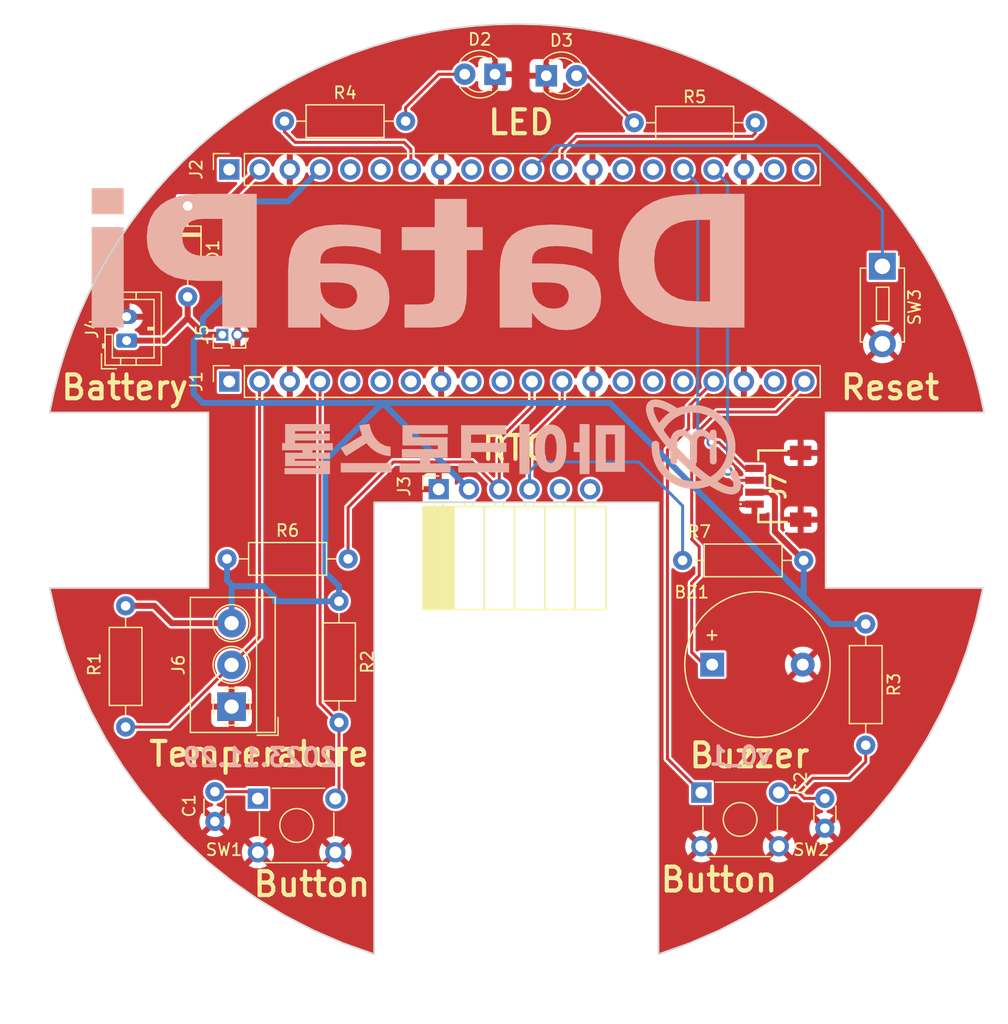
<source format=kicad_pcb>
(kicad_pcb (version 20221018) (generator pcbnew)
  (layers (0 "F.Cu" signal) (31 "B.Cu" signal) (34 "B.Paste" user) (35 "F.Paste" user) (36 "B.SilkS" user "B.Silkscreen") (37 "F.SilkS" user "F.Silkscreen") (38 "B.Mask" user) (39 "F.Mask" user) (44 "Edge.Cuts" user))
  (net 0 "")
  (net 1 "/SCL")
  (net 2 "/SDA")
  (net 3 "+3.3V")
  (net 4 "GND")
  (net 5 "/RESET")
  (net 6 "/VSYS")
  (net 7 "/Buzzer")
  (net 8 "/DQ")
  (net 9 "/LButton")
  (net 10 "/RButton")
  (net 13 "Net-(D1-A)")
  (net 14 "Net-(J1-Pin_1)")
  (net 15 "Net-(J1-Pin_5)")
  (net 16 "Net-(J1-Pin_6)")
  (net 17 "Net-(J1-Pin_7)")
  (net 18 "Net-(J1-Pin_9)")
  (net 19 "Net-(J1-Pin_10)")
  (net 20 "Net-(J1-Pin_14)")
  (net 21 "Net-(J1-Pin_15)")
  (net 22 "Net-(J1-Pin_16)")
  (net 23 "Net-(J1-Pin_19)")
  (net 24 "Net-(J2-Pin_1)")
  (net 25 "Net-(J2-Pin_5)")
  (net 26 "Net-(J2-Pin_6)")
  (net 27 "Net-(J2-Pin_9)")
  (net 28 "Net-(J2-Pin_10)")
  (net 29 "Net-(J2-Pin_14)")
  (net 30 "Net-(J2-Pin_15)")
  (net 31 "Net-(J2-Pin_19)")
  (net 32 "Net-(J2-Pin_20)")
  (net 33 "Net-(D2-A)")
  (net 34 "Net-(D3-A)")
  (net 35 "/GLED")
  (net 36 "/RLED")
  (net 37 "/SCL_1")
  (net 38 "/SDA_1")
  (footprint "TerminalBlock_4Ucon:TerminalBlock_4Ucon_1x03_P3.50mm_Horizontal" (layer "F.Cu") (at 112.417848 105.647511 90)
    (fp_text reference "J6" (at 3.5 -4.46 90) (layer "F.SilkS"))
    (fp_text value "Screw_Terminal_01x03")
    (pad "1" thru_hole rect (at 0 0 90) (size 2.4 2.4) (drill 1.2) (layers "*.Cu" "*.Mask") (net 4 "GND"))
    (pad "2" thru_hole circle (at 3.5 0 90) (size 2.4 2.4) (drill 1.2) (layers "*.Cu" "*.Mask") (net 8 "/DQ"))
    (pad "3" thru_hole circle (at 7 0 90) (size 2.4 2.4) (drill 1.2) (layers "*.Cu" "*.Mask") (net 3 "+3.3V"))
  )
  (footprint "Button_Switch_THT:SW_TH_Tactile_Omron_B3F-10xx" (layer "F.Cu") (at 114.6288 113.3595)
    (fp_text reference "SW1" (at -2.845952 4.282011) (layer "F.SilkS"))
    (fp_text value "SW_MEC_5E")
    (pad "1" thru_hole rect (at 0 0) (size 1.7 1.7) (drill 1) (layers "*.Cu" "*.Mask") (net 9 "/LButton"))
    (pad "1" thru_hole circle (at 6.5 0) (size 1.7 1.7) (drill 1) (layers "*.Cu" "*.Mask") (net 9 "/LButton"))
    (pad "2" thru_hole circle (at 0 4.5) (size 1.7 1.7) (drill 1) (layers "*.Cu" "*.Mask") (net 4 "GND"))
    (pad "2" thru_hole circle (at 6.5 4.5) (size 1.7 1.7) (drill 1) (layers "*.Cu" "*.Mask") (net 4 "GND"))
  )
  (footprint "Capacitor_THT:C_Disc_D3.0mm_W1.6mm_P2.50mm" (layer "F.Cu") (at 162.201848 113.343511 -90)
    (fp_text reference "C2" (at -1.29 2.032 90) (layer "F.SilkS"))
    (fp_text value "0.1uF")
    (pad "1" thru_hole circle (at 0 0 270) (size 1.6 1.6) (drill 0.8) (layers "*.Cu" "*.Mask") (net 10 "/RButton"))
    (pad "2" thru_hole circle (at 2.5 0 270) (size 1.6 1.6) (drill 0.8) (layers "*.Cu" "*.Mask") (net 4 "GND"))
  )
  (footprint "Connector_PinHeader_1.27mm:PinHeader_1x02_P1.27mm_Vertical" (layer "F.Cu") (at 111.640848 74.461511 90)
    (fp_text reference "J5" (at 0 -1.695 90) (layer "F.SilkS"))
    (fp_text value "Conn_01x02")
    (pad "1" thru_hole rect (at 0 0 90) (size 1 1) (drill 0.65) (layers "*.Cu" "*.Mask") (net 13 "Net-(D1-A)"))
    (pad "2" thru_hole oval (at 0 1.27 90) (size 1 1) (drill 0.65) (layers "*.Cu" "*.Mask") (net 4 "GND"))
  )
  (footprint "Button_Switch_THT:SW_PUSH_1P1T_6x3.5mm_H4.3_APEM_MJTP1243" (layer "F.Cu") (at 167.027848 68.723511 -90)
    (fp_text reference "SW3" (at 3.42 -2.7 90) (layer "F.SilkS"))
    (fp_text value "SW_DIP_x01")
    (pad "1" thru_hole rect (at 0 0) (size 2.25 2.25) (drill 1.3) (layers "*.Cu" "*.Mask") (net 5 "/RESET"))
    (pad "2" thru_hole circle (at 6.5 0) (size 2.25 2.25) (drill 1.3) (layers "*.Cu" "*.Mask") (net 4 "GND"))
  )
  (footprint "Connector_PinSocket_2.54mm:PinSocket_1x20_P2.54mm_Vertical" (layer "F.Cu") (at 112.2235 78.3843 90)
    (fp_text reference "J1" (at 0 -2.77 90) (layer "F.SilkS"))
    (fp_text value "Conn_01x20_Socket")
    (pad "1" thru_hole rect (at 0 0 90) (size 1.7 1.7) (drill 1) (layers "*.Cu" "*.Mask") (net 14 "Net-(J1-Pin_1)"))
    (pad "2" thru_hole oval (at 0 2.54 90) (size 1.7 1.7) (drill 1) (layers "*.Cu" "*.Mask") (net 8 "/DQ"))
    (pad "3" thru_hole oval (at 0 5.08 90) (size 1.7 1.7) (drill 1) (layers "*.Cu" "*.Mask") (net 4 "GND"))
    (pad "4" thru_hole oval (at 0 7.62 90) (size 1.7 1.7) (drill 1) (layers "*.Cu" "*.Mask") (net 9 "/LButton"))
    (pad "5" thru_hole oval (at 0 10.16 90) (size 1.7 1.7) (drill 1) (layers "*.Cu" "*.Mask") (net 15 "Net-(J1-Pin_5)"))
    (pad "6" thru_hole oval (at 0 12.7 90) (size 1.7 1.7) (drill 1) (layers "*.Cu" "*.Mask") (net 16 "Net-(J1-Pin_6)"))
    (pad "7" thru_hole oval (at 0 15.24 90) (size 1.7 1.7) (drill 1) (layers "*.Cu" "*.Mask") (net 17 "Net-(J1-Pin_7)"))
    (pad "8" thru_hole oval (at 0 17.78 90) (size 1.7 1.7) (drill 1) (layers "*.Cu" "*.Mask") (net 4 "GND"))
    (pad "9" thru_hole oval (at 0 20.32 90) (size 1.7 1.7) (drill 1) (layers "*.Cu" "*.Mask") (net 18 "Net-(J1-Pin_9)"))
    (pad "10" thru_hole oval (at 0 22.86 90) (size 1.7 1.7) (drill 1) (layers "*.Cu" "*.Mask") (net 19 "Net-(J1-Pin_10)"))
    (pad "11" thru_hole oval (at 0 25.4 90) (size 1.7 1.7) (drill 1) (layers "*.Cu" "*.Mask") (net 2 "/SDA"))
    (pad "12" thru_hole oval (at 0 27.94 90) (size 1.7 1.7) (drill 1) (layers "*.Cu" "*.Mask") (net 1 "/SCL"))
    (pad "13" thru_hole oval (at 0 30.48 90) (size 1.7 1.7) (drill 1) (layers "*.Cu" "*.Mask") (net 4 "GND"))
    (pad "14" thru_hole oval (at 0 33.02 90) (size 1.7 1.7) (drill 1) (layers "*.Cu" "*.Mask") (net 20 "Net-(J1-Pin_14)"))
    (pad "15" thru_hole oval (at 0 35.56 90) (size 1.7 1.7) (drill 1) (layers "*.Cu" "*.Mask") (net 21 "Net-(J1-Pin_15)"))
    (pad "16" thru_hole oval (at 0 38.1 90) (size 1.7 1.7) (drill 1) (layers "*.Cu" "*.Mask") (net 22 "Net-(J1-Pin_16)"))
    (pad "17" thru_hole oval (at 0 40.64 90) (size 1.7 1.7) (drill 1) (layers "*.Cu" "*.Mask") (net 10 "/RButton"))
    (pad "18" thru_hole oval (at 0 43.18 90) (size 1.7 1.7) (drill 1) (layers "*.Cu" "*.Mask") (net 4 "GND"))
    (pad "19" thru_hole oval (at 0 45.72 90) (size 1.7 1.7) (drill 1) (layers "*.Cu" "*.Mask") (net 23 "Net-(J1-Pin_19)"))
    (pad "20" thru_hole oval (at 0 48.26 90) (size 1.7 1.7) (drill 1) (layers "*.Cu" "*.Mask") (net 7 "/Buzzer"))
  )
  (footprint "LED_THT:LED_D3.0mm" (layer "F.Cu") (at 134.520848 52.617511 180)
    (fp_text reference "D2" (at 1.275 2.921) (layer "F.SilkS"))
    (fp_text value "LED")
    (pad "1" thru_hole rect (at 0 0 180) (size 1.8 1.8) (drill 0.9) (layers "*.Cu" "*.Mask") (net 4 "GND"))
    (pad "2" thru_hole circle (at 2.54 0 180) (size 1.8 1.8) (drill 0.9) (layers "*.Cu" "*.Mask") (net 33 "Net-(D2-A)"))
  )
  (footprint "Connector_JST:JST_PH_B2B-PH-K_1x02_P2.00mm_Vertical" (layer "F.Cu") (at 103.612848 74.953511 90)
    (fp_text reference "J4" (at 1 -2.9 90) (layer "F.SilkS"))
    (fp_text value "Conn_01x02_Socket")
    (pad "1" thru_hole roundrect (at 0 0 90) (size 1.2 1.75) (drill 0.75) (layers "*.Cu" "*.Mask") (roundrect_rratio 0.2083333333) (net 13 "Net-(D1-A)"))
    (pad "2" thru_hole oval (at 2 0 90) (size 1.2 1.75) (drill 0.75) (layers "*.Cu" "*.Mask") (net 4 "GND"))
  )
  (footprint "Buzzer_Beeper:Buzzer_12x9.5RM7.6" (layer "F.Cu") (at 152.745848 102.121511)
    (fp_text reference "BZ1" (at -1.72 -6.07) (layer "F.SilkS"))
    (fp_text value "Buzzer")
    (fp_text user "+" (at -0.01 -2.54) (layer "F.SilkS"))
    (pad "1" thru_hole rect (at 0 0) (size 2 2) (drill 1) (layers "*.Cu" "*.Mask") (net 7 "/Buzzer"))
    (pad "2" thru_hole circle (at 7.6 0) (size 2 2) (drill 1) (layers "*.Cu" "*.Mask") (net 4 "GND"))
  )
  (footprint "LED_THT:LED_D3.0mm" (layer "F.Cu") (at 138.828848 52.744511)
    (fp_text reference "D3" (at 1.27 -2.96) (layer "F.SilkS"))
    (fp_text value "LED")
    (pad "1" thru_hole rect (at 0 0) (size 1.8 1.8) (drill 0.9) (layers "*.Cu" "*.Mask") (net 4 "GND"))
    (pad "2" thru_hole circle (at 2.54 0) (size 1.8 1.8) (drill 0.9) (layers "*.Cu" "*.Mask") (net 34 "Net-(D3-A)"))
  )
  (footprint "Connector_PinSocket_2.54mm:PinSocket_1x06_P2.54mm_Horizontal" (layer "F.Cu") (at 129.8018 87.4155 90)
    (fp_text reference "J3" (at 0.253989 -2.905952 90) (layer "F.SilkS"))
    (fp_text value "Conn_01x06_Socket")
    (pad "1" thru_hole rect (at 0 0 90) (size 1.7 1.7) (drill 1) (layers "*.Cu" "*.Mask") (net 4 "GND"))
    (pad "2" thru_hole oval (at 0 2.54 90) (size 1.7 1.7) (drill 1) (layers "*.Cu" "*.Mask") (net 3 "+3.3V"))
    (pad "3" thru_hole oval (at 0 5.08 90) (size 1.7 1.7) (drill 1) (layers "*.Cu" "*.Mask") (net 2 "/SDA"))
    (pad "4" thru_hole oval (at 0 7.62 90) (size 1.7 1.7) (drill 1) (layers "*.Cu" "*.Mask") (net 1 "/SCL"))
    (pad "5" thru_hole oval (at 0 10.16 90) (size 1.7 1.7) (drill 1) (layers "*.Cu" "*.Mask"))
    (pad "6" thru_hole oval (at 0 12.7 90) (size 1.7 1.7) (drill 1) (layers "*.Cu" "*.Mask"))
  )
  (footprint "Resistor_THT:R_Axial_DIN0207_L6.3mm_D2.5mm_P10.16mm_Horizontal" (layer "F.Cu") (at 103.527848 97.194511 -90)
    (fp_text reference "R1" (at 4.908011 2.626952 90) (layer "F.SilkS"))
    (fp_text value "4K7")
    (pad "1" thru_hole circle (at 0 0 270) (size 1.6 1.6) (drill 0.8) (layers "*.Cu" "*.Mask") (net 3 "+3.3V"))
    (pad "2" thru_hole oval (at 10.16 0 270) (size 1.6 1.6) (drill 0.8) (layers "*.Cu" "*.Mask") (net 8 "/DQ"))
  )
  (footprint "Capacitor_THT:C_Disc_D3.0mm_W1.6mm_P2.50mm" (layer "F.Cu") (at 111.0208 112.7755 -90)
    (fp_text reference "C1" (at 1.183011 2.158952 90) (layer "F.SilkS"))
    (fp_text value "0.1uF")
    (pad "1" thru_hole circle (at 0 0 270) (size 1.6 1.6) (drill 0.8) (layers "*.Cu" "*.Mask") (net 9 "/LButton"))
    (pad "2" thru_hole circle (at 2.5 0 270) (size 1.6 1.6) (drill 0.8) (layers "*.Cu" "*.Mask") (net 4 "GND"))
  )
  (footprint "Button_Switch_THT:SW_TH_Tactile_Omron_B3F-10xx" (layer "F.Cu") (at 151.8398 112.8515)
    (fp_text reference "SW2" (at 9.219048 4.790011) (layer "F.SilkS"))
    (fp_text value "SW_MEC_5E")
    (pad "1" thru_hole rect (at 0 0) (size 1.7 1.7) (drill 1) (layers "*.Cu" "*.Mask") (net 10 "/RButton"))
    (pad "1" thru_hole circle (at 6.5 0) (size 1.7 1.7) (drill 1) (layers "*.Cu" "*.Mask") (net 10 "/RButton"))
    (pad "2" thru_hole circle (at 0 4.5) (size 1.7 1.7) (drill 1) (layers "*.Cu" "*.Mask") (net 4 "GND"))
    (pad "2" thru_hole circle (at 6.5 4.5) (size 1.7 1.7) (drill 1) (layers "*.Cu" "*.Mask") (net 4 "GND"))
  )
  (footprint "Resistor_THT:R_Axial_DIN0207_L6.3mm_D2.5mm_P10.16mm_Horizontal" (layer "F.Cu") (at 112.036848 93.257511)
    (fp_text reference "R6" (at 5.08 -2.37) (layer "F.SilkS"))
    (fp_text value "1K")
    (pad "1" thru_hole circle (at 0 0) (size 1.6 1.6) (drill 0.8) (layers "*.Cu" "*.Mask") (net 3 "+3.3V"))
    (pad "2" thru_hole oval (at 10.16 0) (size 1.6 1.6) (drill 0.8) (layers "*.Cu" "*.Mask") (net 2 "/SDA"))
  )
  (footprint "Connector_PinSocket_2.54mm:PinSocket_1x20_P2.54mm_Vertical" (layer "F.Cu") (at 112.2235 60.6043 90)
    (fp_text reference "J2" (at 0 -2.77 90) (layer "F.SilkS"))
    (fp_text value "Conn_01x20_Socket")
    (pad "1" thru_hole rect (at 0 0 90) (size 1.7 1.7) (drill 1) (layers "*.Cu" "*.Mask") (net 24 "Net-(J2-Pin_1)"))
    (pad "2" thru_hole oval (at 0 2.54 90) (size 1.7 1.7) (drill 1) (layers "*.Cu" "*.Mask") (net 6 "/VSYS"))
    (pad "3" thru_hole oval (at 0 5.08 90) (size 1.7 1.7) (drill 1) (layers "*.Cu" "*.Mask") (net 4 "GND"))
    (pad "4" thru_hole oval (at 0 7.62 90) (size 1.7 1.7) (drill 1) (layers "*.Cu" "*.Mask") (net 3 "+3.3V"))
    (pad "5" thru_hole oval (at 0 10.16 90) (size 1.7 1.7) (drill 1) (layers "*.Cu" "*.Mask") (net 25 "Net-(J2-Pin_5)"))
    (pad "6" thru_hole oval (at 0 12.7 90) (size 1.7 1.7) (drill 1) (layers "*.Cu" "*.Mask") (net 26 "Net-(J2-Pin_6)"))
    (pad "7" thru_hole oval (at 0 15.24 90) (size 1.7 1.7) (drill 1) (layers "*.Cu" "*.Mask") (net 35 "/GLED"))
    (pad "8" thru_hole oval (at 0 17.78 90) (size 1.7 1.7) (drill 1) (layers "*.Cu" "*.Mask") (net 4 "GND"))
    (pad "9" thru_hole oval (at 0 20.32 90) (size 1.7 1.7) (drill 1) (layers "*.Cu" "*.Mask") (net 27 "Net-(J2-Pin_9)"))
    (pad "10" thru_hole oval (at 0 22.86 90) (size 1.7 1.7) (drill 1) (layers "*.Cu" "*.Mask") (net 28 "Net-(J2-Pin_10)"))
    (pad "11" thru_hole oval (at 0 25.4 90) (size 1.7 1.7) (drill 1) (layers "*.Cu" "*.Mask") (net 5 "/RESET"))
    (pad "12" thru_hole oval (at 0 27.94 90) (size 1.7 1.7) (drill 1) (layers "*.Cu" "*.Mask") (net 36 "/RLED"))
    (pad "13" thru_hole oval (at 0 30.48 90) (size 1.7 1.7) (drill 1) (layers "*.Cu" "*.Mask") (net 4 "GND"))
    (pad "14" thru_hole oval (at 0 33.02 90) (size 1.7 1.7) (drill 1) (layers "*.Cu" "*.Mask") (net 29 "Net-(J2-Pin_14)"))
    (pad "15" thru_hole oval (at 0 35.56 90) (size 1.7 1.7) (drill 1) (layers "*.Cu" "*.Mask") (net 30 "Net-(J2-Pin_15)"))
    (pad "16" thru_hole oval (at 0 38.1 90) (size 1.7 1.7) (drill 1) (layers "*.Cu" "*.Mask") (net 37 "/SCL_1"))
    (pad "17" thru_hole oval (at 0 40.64 90) (size 1.7 1.7) (drill 1) (layers "*.Cu" "*.Mask") (net 38 "/SDA_1"))
    (pad "18" thru_hole oval (at 0 43.18 90) (size 1.7 1.7) (drill 1) (layers "*.Cu" "*.Mask") (net 4 "GND"))
    (pad "19" thru_hole oval (at 0 45.72 90) (size 1.7 1.7) (drill 1) (layers "*.Cu" "*.Mask") (net 31 "Net-(J2-Pin_19)"))
    (pad "20" thru_hole oval (at 0 48.26 90) (size 1.7 1.7) (drill 1) (layers "*.Cu" "*.Mask") (net 32 "Net-(J2-Pin_20)"))
  )
  (footprint "Resistor_THT:R_Axial_DIN0207_L6.3mm_D2.5mm_P10.16mm_Horizontal" (layer "F.Cu") (at 165.630848 98.718511 -90)
    (fp_text reference "R3" (at 5.08 -2.37 90) (layer "F.SilkS"))
    (fp_text value "1K")
    (pad "1" thru_hole circle (at 0 0 270) (size 1.6 1.6) (drill 0.8) (layers "*.Cu" "*.Mask") (net 3 "+3.3V"))
    (pad "2" thru_hole oval (at 10.16 0 270) (size 1.6 1.6) (drill 0.8) (layers "*.Cu" "*.Mask") (net 10 "/RButton"))
  )
  (footprint "Diode_THT:D_DO-35_SOD27_P7.62mm_Horizontal" (layer "F.Cu") (at 108.734848 63.666511 -90)
    (fp_text reference "D1" (at 3.81 -2.12 90) (layer "F.SilkS"))
    (fp_text value "1N5712")
    (fp_text user "K" (at 0 -1.8 90) (layer "F.SilkS"))
    (pad "1" thru_hole rect (at 0 0 270) (size 1.6 1.6) (drill 0.8) (layers "*.Cu" "*.Mask") (net 6 "/VSYS"))
    (pad "2" thru_hole oval (at 7.62 0 270) (size 1.6 1.6) (drill 0.8) (layers "*.Cu" "*.Mask") (net 13 "Net-(D1-A)"))
  )
  (footprint "Resistor_THT:R_Axial_DIN0207_L6.3mm_D2.5mm_P10.16mm_Horizontal" (layer "F.Cu") (at 156.359848 56.681511 180)
    (fp_text reference "R5" (at 5.08 2.159) (layer "F.SilkS"))
    (fp_text value "330")
    (pad "1" thru_hole circle (at 0 0 180) (size 1.6 1.6) (drill 0.8) (layers "*.Cu" "*.Mask") (net 36 "/RLED"))
    (pad "2" thru_hole oval (at 10.16 0 180) (size 1.6 1.6) (drill 0.8) (layers "*.Cu" "*.Mask") (net 34 "Net-(D3-A)"))
  )
  (footprint "Resistor_THT:R_Axial_DIN0207_L6.3mm_D2.5mm_P10.16mm_Horizontal" (layer "F.Cu") (at 121.434848 96.813511 -90)
    (fp_text reference "R2" (at 5.08 -2.37 90) (layer "F.SilkS"))
    (fp_text value "1K")
    (pad "1" thru_hole circle (at 0 0 270) (size 1.6 1.6) (drill 0.8) (layers "*.Cu" "*.Mask") (net 3 "+3.3V"))
    (pad "2" thru_hole oval (at 10.16 0 270) (size 1.6 1.6) (drill 0.8) (layers "*.Cu" "*.Mask") (net 9 "/LButton"))
  )
  (footprint "SM04B-SRSS-TB:SM04BSRSSTB" (layer "F.Cu") (at 158.581848 87.167511 90)
    (fp_text reference "J7" (at 0 -0.288 90) (layer "F.SilkS") (effects (font (size 1.27 1.27) (thickness 0.254))))
    (fp_text value "SM04B-SRSS-TB" hide)
    (pad "1" smd rect (at -1.5 -2.287 90) (size 0.6 1.55) (layers "F.Cu" "F.Paste" "F.Mask") (net 4 "GND"))
    (pad "2" smd rect (at -0.5 -2.287 90) (size 0.6 1.55) (layers "F.Cu" "F.Paste" "F.Mask") (net 3 "+3.3V"))
    (pad "3" smd rect (at 0.5 -2.287 90) (size 0.6 1.55) (layers "F.Cu" "F.Paste" "F.Mask") (net 38 "/SDA_1"))
    (pad "4" smd rect (at 1.5 -2.287 90) (size 0.6 1.55) (layers "F.Cu" "F.Paste" "F.Mask") (net 37 "/SCL_1"))
    (pad "MP1" smd rect (at -2.8 1.588 90) (size 1.2 1.8) (layers "F.Cu" "F.Paste" "F.Mask") (net 4 "GND"))
    (pad "MP2" smd rect (at 2.8 1.588 90) (size 1.2 1.8) (layers "F.Cu" "F.Paste" "F.Mask") (net 4 "GND"))
  )
  (footprint "Resistor_THT:R_Axial_DIN0207_L6.3mm_D2.5mm_P10.16mm_Horizontal" (layer "F.Cu") (at 116.862848 56.554511)
    (fp_text reference "R4" (at 5.08 -2.37) (layer "F.SilkS"))
    (fp_text value "330")
    (pad "1" thru_hole circle (at 0 0) (size 1.6 1.6) (drill 0.8) (layers "*.Cu" "*.Mask") (net 35 "/GLED"))
    (pad "2" thru_hole oval (at 10.16 0) (size 1.6 1.6) (drill 0.8) (layers "*.Cu" "*.Mask") (net 33 "Net-(D2-A)"))
  )
  (footprint "Resistor_THT:R_Axial_DIN0207_L6.3mm_D2.5mm_P10.16mm_Horizontal" (layer "F.Cu") (at 160.423848 93.384511 180)
    (fp_text reference "R7" (at 8.763 2.413) (layer "F.SilkS"))
    (fp_text value "1K")
    (pad "1" thru_hole circle (at 0 0 180) (size 1.6 1.6) (drill 0.8) (layers "*.Cu" "*.Mask") (net 3 "+3.3V"))
    (pad "2" thru_hole oval (at 10.16 0 180) (size 1.6 1.6) (drill 0.8) (layers "*.Cu" "*.Mask") (net 1 "/SCL"))
  )
  (footprint "Graphics:logo_korean_small_v1" (layer "B.Cu") (at 135.704502 83.859511 180)
    (fp_text reference "G***" hide)
    (fp_text value "LOGO" hide)
  )
  (gr_poly (pts (xy 138.106266 48.44847) (xy 139.880987 48.567238) (xy 141.636 48.76304) (xy 143.369434 49.034322) (xy 145.079418 49.379534) (xy 146.764081 49.797123) (xy 148.421554 50.285535) (xy 150.049966 50.843219) (xy 151.647446 51.468622) (xy 153.212123 52.160191) (xy 154.742128 52.916375) (xy 156.235589 53.73562) (xy 157.690637 54.616375) (xy 159.1054 55.557087) (xy 160.478007 56.556203) (xy 161.80659 57.61217) (xy 163.089276 58.723438) (xy 164.324196 59.888452) (xy 165.509479 61.105661) (xy 166.643254 62.373512) (xy 167.723651 63.690452) (xy 168.748799 65.05493) (xy 169.716828 66.465392) (xy 170.625867 67.920287) (xy 171.474046 69.418061) (xy 172.259494 70.957163) (xy 172.980341 72.53604) (xy 173.634716 74.153139) (xy 174.220749 75.806908) (xy 174.736569 77.495795) (xy 175.180305 79.218247) (xy 175.550088 80.972711) (xy 162.266137 80.972711) (xy 162.266137 95.703081) (xy 175.461709 95.703089) (xy 174.861848 98.382511) (xy 174.086786 100.9925) (xy 173.142613 103.526184) (xy 172.035422 105.976694) (xy 170.771303 108.337157) (xy 169.356349 110.600705) (xy 167.79665 112.760465) (xy 166.098299 114.809567) (xy 164.267386 116.741141) (xy 162.310004 118.548316) (xy 160.232244 120.224221) (xy 158.040198 121.761986) (xy 155.739956 123.15474) (xy 153.337611 124.395612) (xy 150.839255 125.477731) (xy 148.250977 126.394228) (xy 148.250977 88.509203) (xy 124.376977 88.509203) (xy 124.376969 126.39422) (xy 121.788692 125.477724) (xy 119.290335 124.395603) (xy 116.88799 123.154731) (xy 114.587748 121.761976) (xy 112.395702 120.224211) (xy 110.317942 118.548304) (xy 108.36056 116.741129) (xy 106.529648 114.809554) (xy 104.831296 112.760451) (xy 103.271598 110.60069) (xy 101.856643 108.337143) (xy 100.592525 105.97668) (xy 99.485333 103.526171) (xy 98.541161 100.992488) (xy 97.766098 98.382501) (xy 97.166238 95.703081) (xy 110.481187 95.703081) (xy 110.481187 80.972711) (xy 97.156945 80.972719) (xy 97.526094 79.220952) (xy 97.96898 77.501072) (xy 98.483744 75.814627) (xy 99.068525 74.163164) (xy 99.72146 72.548231) (xy 100.440691 70.971375) (xy 101.224355 69.434144) (xy 102.070592 67.938086) (xy 102.97754 66.484748) (xy 103.94334 65.075678) (xy 104.966129 63.712424) (xy 106.044048 62.396532) (xy 107.175235 61.129552) (xy 108.357829 59.91303) (xy 109.589969 58.748514) (xy 110.869795 57.637551) (xy 112.195445 56.58169) (xy 113.565058 55.582477) (xy 114.976775 54.641461) (xy 116.428733 53.760189) (xy 117.919072 52.940208) (xy 119.445931 52.183067) (xy 121.007449 51.490313) (xy 122.601765 50.863493) (xy 124.227018 50.304155) (xy 125.881347 49.813847) (xy 127.562892 49.394117) (xy 129.269791 49.046511) (xy 131.000184 48.772578) (xy 132.752209 48.573865) (xy 134.524006 48.45192) (xy 136.313714 48.408291) (xy 136.313706 48.408289)) (stroke (width 0.140453)) (fill none) (layer "Edge.Cuts"))
  (gr_text "v0_1" (at 157.883848 110.656511) (layer "B.SilkS") (effects (font (size 1.5 1.5) (thickness 0.3) bold) (justify left bottom mirror)))
  (gr_text "DataPi" (at 156.867848 75.731511) (layer "B.SilkS") (effects (font (size 11 11) (thickness 1.8) bold) (justify left bottom mirror)))
  (gr_text "2023.11.29" (at 121.434848 110.783511) (layer "B.SilkS") (effects (font (size 1.5 1.5) (thickness 0.3) bold) (justify left bottom mirror)))
  (gr_text "Button" (at 148.231848 121.324511) (layer "F.SilkS") (effects (font (size 2 2) (thickness 0.35) bold) (justify left bottom)))
  (gr_text "LED\n" (at 133.753848 57.824511) (layer "F.SilkS") (effects (font (size 2 2) (thickness 0.35) bold) (justify left bottom)))
  (gr_text "Battery\n" (at 97.939848 80.049511) (layer "F.SilkS") (effects (font (size 2 2) (thickness 0.35) bold) (justify left bottom)))
  (gr_text "Reset\n" (at 163.344848 80.049511) (layer "F.SilkS") (effects (font (size 2 2) (thickness 0.35) bold) (justify left bottom)))
  (gr_text "Buzzer" (at 150.644848 110.910511) (layer "F.SilkS") (effects (font (size 2 2) (thickness 0.35) bold) (justify left bottom)))
  (gr_text "Button" (at 114.068848 121.705511) (layer "F.SilkS") (effects (font (size 2 2) (thickness 0.35) bold) (justify left bottom)))
  (gr_text "Temperature" (at 105.305848 110.783511) (layer "F.SilkS") (effects (font (size 2 2) (thickness 0.35) bold) (justify left bottom)))
  (gr_text "RTC" (at 133.245848 85.129511) (layer "F.SilkS") (effects (font (size 2 2) (thickness 0.35) bold) (justify left bottom)))
  (segment (start 137.4218 83.112559) (end 140.1635 80.370859) (width 0.25) (layer "F.Cu") (net 1))
  (segment (start 137.4218 87.4155) (end 137.4218 83.112559) (width 0.25) (layer "F.Cu") (net 1))
  (segment (start 140.1635 80.370859) (end 140.1635 78.3843) (width 0.25) (layer "F.Cu") (net 1))
  (segment (start 137.4218 87.4155) (end 137.4218 85.906559) (width 0.25) (layer "B.Cu") (net 1))
  (segment (start 150.263848 88.812511) (end 150.263848 93.384511) (width 0.25) (layer "B.Cu") (net 1))
  (segment (start 146.580848 85.129511) (end 150.263848 88.812511) (width 0.25) (layer "B.Cu") (net 1))
  (segment (start 137.4218 85.906559) (end 138.198848 85.129511) (width 0.25) (layer "B.Cu") (net 1))
  (segment (start 138.198848 85.129511) (end 146.580848 85.129511) (width 0.25) (layer "B.Cu") (net 1))
  (segment (start 132.595811 85.129511) (end 126.006848 85.129511) (width 0.25) (layer "F.Cu") (net 2))
  (segment (start 137.6235 78.3843) (end 137.6235 80.497859) (width 0.25) (layer "F.Cu") (net 2))
  (segment (start 134.8818 83.239559) (end 134.8818 87.4155) (width 0.25) (layer "F.Cu") (net 2))
  (segment (start 126.006848 85.129511) (end 122.196848 88.939511) (width 0.25) (layer "F.Cu") (net 2))
  (segment (start 134.8818 87.4155) (end 132.595811 85.129511) (width 0.25) (layer "F.Cu") (net 2))
  (segment (start 137.6235 80.497859) (end 134.8818 83.239559) (width 0.25) (layer "F.Cu") (net 2))
  (segment (start 122.196848 88.939511) (end 122.196848 93.257511) (width 0.25) (layer "F.Cu") (net 2))
  (segment (start 158.010848 88.108511) (end 158.010848 90.971511) (width 0.5) (layer "F.Cu") (net 3))
  (segment (start 103.527848 97.194511) (end 105.940848 97.194511) (width 0.5) (layer "F.Cu") (net 3))
  (segment (start 105.940848 97.194511) (end 107.393848 98.647511) (width 0.5) (layer "F.Cu") (net 3))
  (segment (start 158.010848 90.971511) (end 160.423848 93.384511) (width 0.5) (layer "F.Cu") (net 3))
  (segment (start 156.294848 87.667511) (end 157.569848 87.667511) (width 0.5) (layer "F.Cu") (net 3))
  (segment (start 157.569848 87.667511) (end 158.010848 88.108511) (width 0.5) (layer "F.Cu") (net 3))
  (segment (start 107.393848 98.647511) (end 112.417848 98.647511) (width 0.5) (layer "F.Cu") (net 3))
  (segment (start 112.544848 95.543511) (end 112.417848 95.670511) (width 0.5) (layer "B.Cu") (net 3))
  (segment (start 132.3418 87.4155) (end 125.102811 80.176511) (width 0.5) (layer "B.Cu") (net 3))
  (segment (start 116.061789 96.813511) (end 116.061789 96.520452) (width 0.5) (layer "B.Cu") (net 3))
  (segment (start 109.242848 74.959511) (end 110.004848 74.197511) (width 0.5) (layer "B.Cu") (net 3))
  (segment (start 112.417848 95.670511) (end 112.417848 98.647511) (width 0.5) (layer "B.Cu") (net 3))
  (segment (start 162.709848 98.718511) (end 160.677848 96.686511) (width 0.5) (layer "B.Cu") (net 3))
  (segment (start 113.814848 63.285511) (end 117.162289 63.285511) (width 0.5) (layer "B.Cu") (net 3))
  (segment (start 112.036848 95.035511) (end 112.036848 93.257511) (width 0.5) (layer "B.Cu") (net 3))
  (segment (start 121.434848 95.543511) (end 120.291848 94.400511) (width 0.5) (layer "B.Cu") (net 3))
  (segment (start 120.291848 94.400511) (end 120.291848 84.987474) (width 0.5) (layer "B.Cu") (net 3))
  (segment (start 115.084848 95.543511) (end 112.544848 95.543511) (width 0.5) (layer "B.Cu") (net 3))
  (segment (start 160.423848 93.384511) (end 160.423848 96.432511) (width 0.5) (layer "B.Cu") (net 3))
  (segment (start 112.544848 95.543511) (end 112.036848 95.035511) (width 0.5) (layer "B.Cu") (net 3))
  (segment (start 110.004848 73.064511) (end 112.798848 70.270511) (width 0.5) (layer "B.Cu") (net 3))
  (segment (start 165.630848 98.718511) (end 162.709848 98.718511) (width 0.5) (layer "B.Cu") (net 3))
  (segment (start 112.798848 64.301511) (end 113.814848 63.285511) (width 0.5) (layer "B.Cu") (net 3))
  (segment (start 125.102811 80.176511) (end 110.004848 80.176511) (width 0.5) (layer "B.Cu") (net 3))
  (segment (start 120.291848 84.987474) (end 125.102811 80.176511) (width 0.5) (layer "B.Cu") (net 3))
  (segment (start 110.004848 74.197511) (end 110.004848 73.064511) (width 0.5) (layer "B.Cu") (net 3))
  (segment (start 144.167848 80.176511) (end 125.102811 80.176511) (width 0.5) (layer "B.Cu") (net 3))
  (segment (start 121.434848 96.813511) (end 121.434848 95.543511) (width 0.5) (layer "B.Cu") (net 3))
  (segment (start 110.004848 80.176511) (end 109.242848 79.414511) (width 0.5) (layer "B.Cu") (net 3))
  (segment (start 116.061789 96.520452) (end 115.084848 95.543511) (width 0.5) (layer "B.Cu") (net 3))
  (segment (start 112.798848 70.270511) (end 112.798848 64.301511) (width 0.5) (layer "B.Cu") (net 3))
  (segment (start 160.677848 96.686511) (end 144.167848 80.176511) (width 0.5) (layer "B.Cu") (net 3))
  (segment (start 160.423848 96.432511) (end 160.677848 96.686511) (width 0.5) (layer "B.Cu") (net 3))
  (segment (start 117.162289 63.285511) (end 119.8435 60.6043) (width 0.5) (layer "B.Cu") (net 3))
  (segment (start 109.242848 79.414511) (end 109.242848 74.959511) (width 0.5) (layer "B.Cu") (net 3))
  (segment (start 121.434848 96.813511) (end 116.061789 96.813511) (width 0.5) (layer "B.Cu") (net 3))
  (segment (start 137.6235 60.6043) (end 139.641289 58.586511) (width 0.25) (layer "B.Cu") (net 5))
  (segment (start 161.566848 58.586511) (end 167.027848 64.047511) (width 0.25) (layer "B.Cu") (net 5))
  (segment (start 167.027848 64.047511) (end 167.027848 68.723511) (width 0.25) (layer "B.Cu") (net 5))
  (segment (start 139.641289 58.586511) (end 161.566848 58.586511) (width 0.25) (layer "B.Cu") (net 5))
  (segment (start 114.7635 60.6043) (end 111.701289 63.666511) (width 0.5) (layer "F.Cu") (net 6))
  (segment (start 111.701289 63.666511) (end 108.734848 63.666511) (width 0.5) (layer "F.Cu") (net 6))
  (segment (start 160.4835 78.55743) (end 158.102419 80.938511) (width 0.25) (layer "F.Cu") (net 7))
  (segment (start 153.184848 80.938511) (end 151.025848 83.097511) (width 0.25) (layer "F.Cu") (net 7))
  (segment (start 151.660848 92.241511) (end 151.660848 94.654511) (width 0.25) (layer "F.Cu") (net 7))
  (segment (start 160.4835 78.3843) (end 160.4835 78.55743) (width 0.25) (layer "F.Cu") (net 7))
  (segment (start 151.025848 83.097511) (end 151.025848 91.606511) (width 0.25) (layer "F.Cu") (net 7))
  (segment (start 151.025848 101.079548) (end 151.8848 101.9385) (width 0.25) (layer "F.Cu") (net 7))
  (segment (start 151.025848 95.289511) (end 151.025848 101.079548) (width 0.25) (layer "F.Cu") (net 7))
  (segment (start 151.660848 94.654511) (end 151.025848 95.289511) (width 0.25) (layer "F.Cu") (net 7))
  (segment (start 151.025848 91.606511) (end 151.660848 92.241511) (width 0.25) (layer "F.Cu") (net 7))
  (segment (start 158.102419 80.938511) (end 153.184848 80.938511) (width 0.25) (layer "F.Cu") (net 7))
  (segment (start 112.417848 102.147511) (end 107.210848 107.354511) (width 0.25) (layer "F.Cu") (net 8))
  (segment (start 112.671848 101.893511) (end 112.716837 101.9385) (width 0.25) (layer "F.Cu") (net 8))
  (segment (start 107.210848 107.354511) (end 103.527848 107.354511) (width 0.25) (layer "F.Cu") (net 8))
  (segment (start 112.417848 102.147511) (end 114.7635 99.801859) (width 0.25) (layer "F.Cu") (net 8))
  (segment (start 114.7635 99.801859) (end 114.7635 78.3843) (width 0.25) (layer "F.Cu") (net 8))
  (segment (start 111.0208 112.7755) (end 114.0448 112.7755) (width 0.25) (layer "F.Cu") (net 9))
  (segment (start 121.434848 106.973511) (end 119.8435 105.382163) (width 0.25) (layer "F.Cu") (net 9))
  (segment (start 121.434848 106.973511) (end 121.434848 113.053452) (width 0.25) (layer "F.Cu") (net 9))
  (segment (start 114.0448 112.7755) (end 114.6288 113.3595) (width 0.25) (layer "F.Cu") (net 9))
  (segment (start 121.434848 113.053452) (end 121.1288 113.3595) (width 0.25) (layer "F.Cu") (net 9))
  (segment (start 119.8435 105.382163) (end 119.8435 78.3843) (width 0.25) (layer "F.Cu") (net 9))
  (segment (start 164.253848 111.652511) (end 161.185848 111.652511) (width 0.25) (layer "F.Cu") (net 10))
  (segment (start 161.185848 111.652511) (end 159.986859 112.8515) (width 0.25) (layer "F.Cu") (net 10))
  (segment (start 165.630848 110.275511) (end 164.253848 111.652511) (width 0.25) (layer "F.Cu") (net 10))
  (segment (start 160.47887 113.343511) (end 159.986859 112.8515) (width 0.25) (layer "F.Cu") (net 10))
  (segment (start 148.993848 84.113511) (end 150.771848 82.335511) (width 0.25) (layer "F.Cu") (net 10))
  (segment (start 150.771848 82.335511) (end 150.771848 80.475952) (width 0.25) (layer "F.Cu") (net 10))
  (segment (start 165.630848 108.878511) (end 165.630848 110.275511) (width 0.25) (layer "F.Cu") (net 10))
  (segment (start 151.8398 112.8515) (end 148.993848 110.005548) (width 0.25) (layer "F.Cu") (net 10))
  (segment (start 150.771848 80.475952) (end 152.8635 78.3843) (width 0.25) (layer "F.Cu") (net 10))
  (segment (start 159.986859 112.8515) (end 158.3398 112.8515) (width 0.25) (layer "F.Cu") (net 10))
  (segment (start 148.993848 110.005548) (end 148.993848 84.113511) (width 0.25) (layer "F.Cu") (net 10))
  (segment (start 162.201848 113.343511) (end 160.47887 113.343511) (width 0.25) (layer "F.Cu") (net 10))
  (segment (start 110.131848 74.461511) (end 108.734848 73.064511) (width 0.5) (layer "F.Cu") (net 13))
  (segment (start 108.734848 73.064511) (end 106.829848 74.969511) (width 0.5) (layer "F.Cu") (net 13))
  (segment (start 108.734848 71.286511) (end 108.734848 73.064511) (width 0.5) (layer "F.Cu") (net 13))
  (segment (start 106.813848 74.953511) (end 103.612848 74.953511) (width 0.5) (layer "F.Cu") (net 13))
  (segment (start 111.640848 74.461511) (end 110.131848 74.461511) (width 0.5) (layer "F.Cu") (net 13))
  (segment (start 106.829848 74.969511) (end 106.813848 74.953511) (width 0.5) (layer "F.Cu") (net 13))
  (segment (start 129.816848 52.617511) (end 131.980848 52.617511) (width 0.25) (layer "F.Cu") (net 33))
  (segment (start 127.022848 55.411511) (end 129.816848 52.617511) (width 0.25) (layer "F.Cu") (net 33))
  (segment (start 127.022848 56.554511) (end 127.022848 55.411511) (width 0.25) (layer "F.Cu") (net 33))
  (segment (start 146.199848 56.681511) (end 142.262848 52.744511) (width 0.25) (layer "F.Cu") (net 34))
  (segment (start 142.262848 52.744511) (end 141.368848 52.744511) (width 0.25) (layer "F.Cu") (net 34))
  (segment (start 127.4635 58.900163) (end 127.4635 60.6043) (width 0.25) (layer "F.Cu") (net 35))
  (segment (start 116.862848 57.443511) (end 117.751848 58.332511) (width 0.25) (layer "F.Cu") (net 35))
  (segment (start 126.895848 58.332511) (end 127.4635 58.900163) (width 0.25) (layer "F.Cu") (net 35))
  (segment (start 116.862848 56.554511) (end 116.862848 57.443511) (width 0.25) (layer "F.Cu") (net 35))
  (segment (start 117.751848 58.332511) (end 126.895848 58.332511) (width 0.25) (layer "F.Cu") (net 35))
  (segment (start 156.359848 56.681511) (end 156.359848 57.570511) (width 0.25) (layer "F.Cu") (net 36))
  (segment (start 156.359848 57.570511) (end 156.105848 57.824511) (width 0.25) (layer "F.Cu") (net 36))
  (segment (start 140.1635 59.034859) (end 140.1635 60.6043) (width 0.25) (layer "F.Cu") (net 36))
  (segment (start 156.105848 57.824511) (end 141.373848 57.824511) (width 0.25) (layer "F.Cu") (net 36))
  (segment (start 141.373848 57.824511) (end 140.1635 59.034859) (width 0.25) (layer "F.Cu") (net 36))
  (segment (start 153.311848 83.478511) (end 152.676848 83.478511) (width 0.25) (layer "F.Cu") (net 37))
  (segment (start 156.294848 85.667511) (end 155.500848 85.667511) (width 0.25) (layer "F.Cu") (net 37))
  (segment (start 155.500848 85.667511) (end 153.311848 83.478511) (width 0.25) (layer "F.Cu") (net 37))
  (via (at 152.676848 83.478511) (size 0.8) (drill 0.4) (layers "F.Cu" "B.Cu") (net 37))
  (segment (start 151.533848 61.814648) (end 151.533848 82.335511) (width 0.25) (layer "B.Cu") (net 37))
  (segment (start 151.533848 82.335511) (end 152.676848 83.478511) (width 0.25) (layer "B.Cu") (net 37))
  (segment (start 150.3235 60.6043) (end 151.533848 61.814648) (width 0.25) (layer "B.Cu") (net 37))
  (segment (start 156.294848 86.667511) (end 154.849848 86.667511) (width 0.25) (layer "F.Cu") (net 38))
  (segment (start 154.849848 86.667511) (end 154.073848 85.891511) (width 0.25) (layer "F.Cu") (net 38))
  (via (at 154.073848 85.891511) (size 0.8) (drill 0.4) (layers "F.Cu" "B.Cu") (net 38))
  (segment (start 154.0385 61.7793) (end 154.0385 85.856163) (width 0.25) (layer "B.Cu") (net 38))
  (segment (start 154.0385 85.856163) (end 154.073848 85.891511) (width 0.25) (layer "B.Cu") (net 38))
  (segment (start 152.8635 60.6043) (end 154.0385 61.7793) (width 0.25) (layer "B.Cu") (net 38))
  (zone (net 4) (net_name "GND") (layer "F.Cu") (connect_pads (clearance 0)) (min_thickness 0.25) (fill yes (thermal_gap 0.5) (thermal_bridge_width 0.5))
    (polygon (pts (xy 92.986848 46.521511) (xy 177.314848 46.394511) (xy 177.568848 132.246511) (xy 94.129848 132.246511)))
  )
)
</source>
